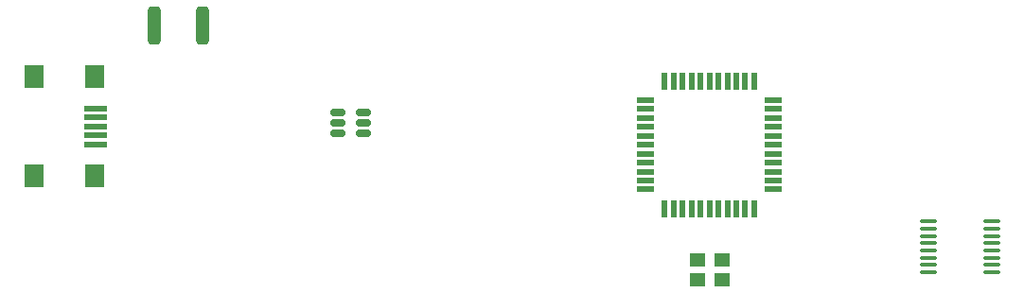
<source format=gbr>
%TF.GenerationSoftware,KiCad,Pcbnew,(7.0.0)*%
%TF.CreationDate,2023-05-30T12:42:47-06:00*%
%TF.ProjectId,GolfSpeedSensor,476f6c66-5370-4656-9564-53656e736f72,rev?*%
%TF.SameCoordinates,Original*%
%TF.FileFunction,Paste,Top*%
%TF.FilePolarity,Positive*%
%FSLAX46Y46*%
G04 Gerber Fmt 4.6, Leading zero omitted, Abs format (unit mm)*
G04 Created by KiCad (PCBNEW (7.0.0)) date 2023-05-30 12:42:47*
%MOMM*%
%LPD*%
G01*
G04 APERTURE LIST*
G04 Aperture macros list*
%AMRoundRect*
0 Rectangle with rounded corners*
0 $1 Rounding radius*
0 $2 $3 $4 $5 $6 $7 $8 $9 X,Y pos of 4 corners*
0 Add a 4 corners polygon primitive as box body*
4,1,4,$2,$3,$4,$5,$6,$7,$8,$9,$2,$3,0*
0 Add four circle primitives for the rounded corners*
1,1,$1+$1,$2,$3*
1,1,$1+$1,$4,$5*
1,1,$1+$1,$6,$7*
1,1,$1+$1,$8,$9*
0 Add four rect primitives between the rounded corners*
20,1,$1+$1,$2,$3,$4,$5,0*
20,1,$1+$1,$4,$5,$6,$7,0*
20,1,$1+$1,$6,$7,$8,$9,0*
20,1,$1+$1,$8,$9,$2,$3,0*%
G04 Aperture macros list end*
%ADD10R,1.500000X0.550000*%
%ADD11R,0.550000X1.500000*%
%ADD12R,2.000000X0.500000*%
%ADD13R,1.700000X2.000000*%
%ADD14R,1.400000X1.200000*%
%ADD15RoundRect,0.150000X-0.512500X-0.150000X0.512500X-0.150000X0.512500X0.150000X-0.512500X0.150000X0*%
%ADD16RoundRect,0.250000X-0.312500X-1.450000X0.312500X-1.450000X0.312500X1.450000X-0.312500X1.450000X0*%
%ADD17RoundRect,0.100000X0.637500X0.100000X-0.637500X0.100000X-0.637500X-0.100000X0.637500X-0.100000X0*%
G04 APERTURE END LIST*
D10*
%TO.C,U1*%
X144889999Y-89349999D03*
X144889999Y-90149999D03*
X144889999Y-90949999D03*
X144889999Y-91749999D03*
X144889999Y-92549999D03*
X144889999Y-93349999D03*
X144889999Y-94149999D03*
X144889999Y-94949999D03*
X144889999Y-95749999D03*
X144889999Y-96549999D03*
X144889999Y-97349999D03*
D11*
X146589999Y-99049999D03*
X147389999Y-99049999D03*
X148189999Y-99049999D03*
X148989999Y-99049999D03*
X149789999Y-99049999D03*
X150589999Y-99049999D03*
X151389999Y-99049999D03*
X152189999Y-99049999D03*
X152989999Y-99049999D03*
X153789999Y-99049999D03*
X154589999Y-99049999D03*
D10*
X156289999Y-97349999D03*
X156289999Y-96549999D03*
X156289999Y-95749999D03*
X156289999Y-94949999D03*
X156289999Y-94149999D03*
X156289999Y-93349999D03*
X156289999Y-92549999D03*
X156289999Y-91749999D03*
X156289999Y-90949999D03*
X156289999Y-90149999D03*
X156289999Y-89349999D03*
D11*
X154589999Y-87649999D03*
X153789999Y-87649999D03*
X152989999Y-87649999D03*
X152189999Y-87649999D03*
X151389999Y-87649999D03*
X150589999Y-87649999D03*
X149789999Y-87649999D03*
X148989999Y-87649999D03*
X148189999Y-87649999D03*
X147389999Y-87649999D03*
X146589999Y-87649999D03*
%TD*%
D12*
%TO.C,J1*%
X95699999Y-90099999D03*
X95699999Y-90899999D03*
X95699999Y-91699999D03*
X95699999Y-92499999D03*
X95699999Y-93299999D03*
D13*
X95599999Y-87249999D03*
X90149999Y-87249999D03*
X95599999Y-96149999D03*
X90149999Y-96149999D03*
%TD*%
D14*
%TO.C,Y1*%
X151689999Y-103699999D03*
X149489999Y-103699999D03*
X149489999Y-105399999D03*
X151689999Y-105399999D03*
%TD*%
D15*
%TO.C,U2*%
X117312500Y-90425000D03*
X117312500Y-91375000D03*
X117312500Y-92325000D03*
X119587500Y-92325000D03*
X119587500Y-91375000D03*
X119587500Y-90425000D03*
%TD*%
D16*
%TO.C,F1*%
X100952500Y-82650000D03*
X105227500Y-82650000D03*
%TD*%
D17*
%TO.C,U3*%
X175862500Y-104755000D03*
X175862500Y-104105000D03*
X175862500Y-103455000D03*
X175862500Y-102805000D03*
X175862500Y-102155000D03*
X175862500Y-101505000D03*
X175862500Y-100855000D03*
X175862500Y-100205000D03*
X170137500Y-100205000D03*
X170137500Y-100855000D03*
X170137500Y-101505000D03*
X170137500Y-102155000D03*
X170137500Y-102805000D03*
X170137500Y-103455000D03*
X170137500Y-104105000D03*
X170137500Y-104755000D03*
%TD*%
M02*

</source>
